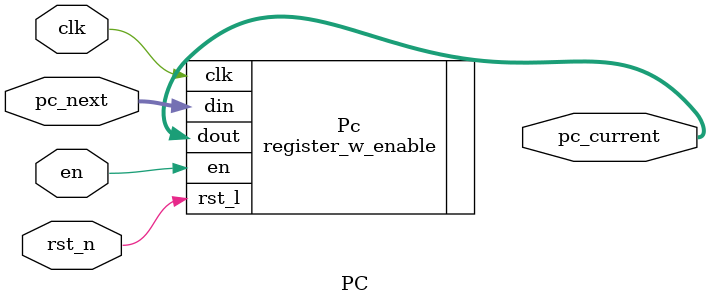
<source format=v>
/* Designed by Qamar Moavia
*/

module PC(
    input wire clk,
    input wire rst_n,
    input wire en,
    input  wire [31:0] pc_next,
    output wire [31:0] pc_current
    );

    // instantiating regsiter with write enable
    register_w_enable #(32) Pc(
        .din(pc_next),
        .en(en),
        .clk(clk),
        .rst_l(rst_n),
        .dout(pc_current)
    );
    
endmodule

// ********************* Program Counter Ends *********************//
</source>
